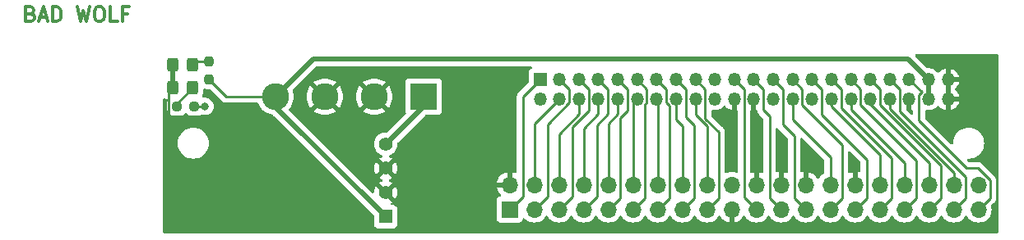
<source format=gbr>
%TF.GenerationSoftware,KiCad,Pcbnew,7.0.1*%
%TF.CreationDate,2023-04-11T11:00:07-05:00*%
%TF.ProjectId,ata_40_to_ata_44_adapter,6174615f-3430-45f7-946f-5f6174615f34,rev?*%
%TF.SameCoordinates,Original*%
%TF.FileFunction,Copper,L1,Top*%
%TF.FilePolarity,Positive*%
%FSLAX46Y46*%
G04 Gerber Fmt 4.6, Leading zero omitted, Abs format (unit mm)*
G04 Created by KiCad (PCBNEW 7.0.1) date 2023-04-11 11:00:07*
%MOMM*%
%LPD*%
G01*
G04 APERTURE LIST*
G04 Aperture macros list*
%AMRoundRect*
0 Rectangle with rounded corners*
0 $1 Rounding radius*
0 $2 $3 $4 $5 $6 $7 $8 $9 X,Y pos of 4 corners*
0 Add a 4 corners polygon primitive as box body*
4,1,4,$2,$3,$4,$5,$6,$7,$8,$9,$2,$3,0*
0 Add four circle primitives for the rounded corners*
1,1,$1+$1,$2,$3*
1,1,$1+$1,$4,$5*
1,1,$1+$1,$6,$7*
1,1,$1+$1,$8,$9*
0 Add four rect primitives between the rounded corners*
20,1,$1+$1,$2,$3,$4,$5,0*
20,1,$1+$1,$4,$5,$6,$7,0*
20,1,$1+$1,$6,$7,$8,$9,0*
20,1,$1+$1,$8,$9,$2,$3,0*%
G04 Aperture macros list end*
%ADD10C,0.300000*%
%TA.AperFunction,NonConductor*%
%ADD11C,0.300000*%
%TD*%
%TA.AperFunction,SMDPad,CuDef*%
%ADD12RoundRect,0.237500X0.250000X0.237500X-0.250000X0.237500X-0.250000X-0.237500X0.250000X-0.237500X0*%
%TD*%
%TA.AperFunction,SMDPad,CuDef*%
%ADD13RoundRect,0.237500X0.237500X-0.250000X0.237500X0.250000X-0.237500X0.250000X-0.237500X-0.250000X0*%
%TD*%
%TA.AperFunction,SMDPad,CuDef*%
%ADD14RoundRect,0.250000X-0.325000X-0.450000X0.325000X-0.450000X0.325000X0.450000X-0.325000X0.450000X0*%
%TD*%
%TA.AperFunction,ComponentPad*%
%ADD15C,1.408000*%
%TD*%
%TA.AperFunction,ComponentPad*%
%ADD16R,1.408000X1.408000*%
%TD*%
%TA.AperFunction,ComponentPad*%
%ADD17C,2.780000*%
%TD*%
%TA.AperFunction,ComponentPad*%
%ADD18R,2.780000X2.780000*%
%TD*%
%TA.AperFunction,ComponentPad*%
%ADD19R,1.350000X1.350000*%
%TD*%
%TA.AperFunction,ComponentPad*%
%ADD20O,1.350000X1.350000*%
%TD*%
%TA.AperFunction,ComponentPad*%
%ADD21R,1.700000X1.700000*%
%TD*%
%TA.AperFunction,ComponentPad*%
%ADD22O,1.700000X1.700000*%
%TD*%
%TA.AperFunction,ViaPad*%
%ADD23C,0.800000*%
%TD*%
%TA.AperFunction,Conductor*%
%ADD24C,0.250000*%
%TD*%
%TA.AperFunction,Conductor*%
%ADD25C,0.500000*%
%TD*%
G04 APERTURE END LIST*
D10*
D11*
X60357142Y-62330714D02*
X60571428Y-62402142D01*
X60571428Y-62402142D02*
X60642857Y-62473571D01*
X60642857Y-62473571D02*
X60714285Y-62616428D01*
X60714285Y-62616428D02*
X60714285Y-62830714D01*
X60714285Y-62830714D02*
X60642857Y-62973571D01*
X60642857Y-62973571D02*
X60571428Y-63045000D01*
X60571428Y-63045000D02*
X60428571Y-63116428D01*
X60428571Y-63116428D02*
X59857142Y-63116428D01*
X59857142Y-63116428D02*
X59857142Y-61616428D01*
X59857142Y-61616428D02*
X60357142Y-61616428D01*
X60357142Y-61616428D02*
X60500000Y-61687857D01*
X60500000Y-61687857D02*
X60571428Y-61759285D01*
X60571428Y-61759285D02*
X60642857Y-61902142D01*
X60642857Y-61902142D02*
X60642857Y-62045000D01*
X60642857Y-62045000D02*
X60571428Y-62187857D01*
X60571428Y-62187857D02*
X60500000Y-62259285D01*
X60500000Y-62259285D02*
X60357142Y-62330714D01*
X60357142Y-62330714D02*
X59857142Y-62330714D01*
X61285714Y-62687857D02*
X62000000Y-62687857D01*
X61142857Y-63116428D02*
X61642857Y-61616428D01*
X61642857Y-61616428D02*
X62142857Y-63116428D01*
X62642856Y-63116428D02*
X62642856Y-61616428D01*
X62642856Y-61616428D02*
X62999999Y-61616428D01*
X62999999Y-61616428D02*
X63214285Y-61687857D01*
X63214285Y-61687857D02*
X63357142Y-61830714D01*
X63357142Y-61830714D02*
X63428571Y-61973571D01*
X63428571Y-61973571D02*
X63499999Y-62259285D01*
X63499999Y-62259285D02*
X63499999Y-62473571D01*
X63499999Y-62473571D02*
X63428571Y-62759285D01*
X63428571Y-62759285D02*
X63357142Y-62902142D01*
X63357142Y-62902142D02*
X63214285Y-63045000D01*
X63214285Y-63045000D02*
X62999999Y-63116428D01*
X62999999Y-63116428D02*
X62642856Y-63116428D01*
X65142856Y-61616428D02*
X65499999Y-63116428D01*
X65499999Y-63116428D02*
X65785713Y-62045000D01*
X65785713Y-62045000D02*
X66071428Y-63116428D01*
X66071428Y-63116428D02*
X66428571Y-61616428D01*
X67285714Y-61616428D02*
X67571428Y-61616428D01*
X67571428Y-61616428D02*
X67714285Y-61687857D01*
X67714285Y-61687857D02*
X67857142Y-61830714D01*
X67857142Y-61830714D02*
X67928571Y-62116428D01*
X67928571Y-62116428D02*
X67928571Y-62616428D01*
X67928571Y-62616428D02*
X67857142Y-62902142D01*
X67857142Y-62902142D02*
X67714285Y-63045000D01*
X67714285Y-63045000D02*
X67571428Y-63116428D01*
X67571428Y-63116428D02*
X67285714Y-63116428D01*
X67285714Y-63116428D02*
X67142857Y-63045000D01*
X67142857Y-63045000D02*
X66999999Y-62902142D01*
X66999999Y-62902142D02*
X66928571Y-62616428D01*
X66928571Y-62616428D02*
X66928571Y-62116428D01*
X66928571Y-62116428D02*
X66999999Y-61830714D01*
X66999999Y-61830714D02*
X67142857Y-61687857D01*
X67142857Y-61687857D02*
X67285714Y-61616428D01*
X69285714Y-63116428D02*
X68571428Y-63116428D01*
X68571428Y-63116428D02*
X68571428Y-61616428D01*
X70285714Y-62330714D02*
X69785714Y-62330714D01*
X69785714Y-63116428D02*
X69785714Y-61616428D01*
X69785714Y-61616428D02*
X70500000Y-61616428D01*
D12*
%TO.P,R2,1*%
%TO.N,LED_DRIVER*%
X77212500Y-71900000D03*
%TO.P,R2,2*%
%TO.N,Net-(D2-A)*%
X75387500Y-71900000D03*
%TD*%
D13*
%TO.P,R1,1*%
%TO.N,+5V*%
X78700000Y-69112500D03*
%TO.P,R1,2*%
%TO.N,Net-(D1-A)*%
X78700000Y-67287500D03*
%TD*%
D14*
%TO.P,D2,1,K*%
%TO.N,GROUND*%
X74975000Y-70000000D03*
%TO.P,D2,2,A*%
%TO.N,Net-(D2-A)*%
X77025000Y-70000000D03*
%TD*%
%TO.P,D1,1,K*%
%TO.N,GROUND*%
X74975000Y-67600000D03*
%TO.P,D1,2,A*%
%TO.N,Net-(D1-A)*%
X77025000Y-67600000D03*
%TD*%
D15*
%TO.P,J4,4,Pin_4*%
%TO.N,+12V*%
X96900000Y-75800000D03*
%TO.P,J4,3,Pin_3*%
%TO.N,GROUND*%
X96900000Y-78300000D03*
%TO.P,J4,2,Pin_2*%
X96900000Y-80800000D03*
D16*
%TO.P,J4,1,Pin_1*%
%TO.N,+5V*%
X96900000Y-83300000D03*
%TD*%
D17*
%TO.P,J3,4,Pin_4*%
%TO.N,+5V*%
X85560000Y-70900000D03*
%TO.P,J3,3,Pin_3*%
%TO.N,GROUND*%
X90640000Y-70900000D03*
%TO.P,J3,2,Pin_2*%
X95720000Y-70900000D03*
D18*
%TO.P,J3,1,Pin_1*%
%TO.N,+12V*%
X100800000Y-70900000D03*
%TD*%
D19*
%TO.P,J2,1,Pin_1*%
%TO.N,RESET*%
X112785000Y-69120000D03*
D20*
%TO.P,J2,2,Pin_2*%
%TO.N,GROUND*%
X112785000Y-71120000D03*
%TO.P,J2,3,Pin_3*%
%TO.N,DATA_07*%
X114785000Y-69120000D03*
%TO.P,J2,4,Pin_4*%
%TO.N,DATA_08*%
X114785000Y-71120000D03*
%TO.P,J2,5,Pin_5*%
%TO.N,DATA_06*%
X116785000Y-69120000D03*
%TO.P,J2,6,Pin_6*%
%TO.N,DATA_09*%
X116785000Y-71120000D03*
%TO.P,J2,7,Pin_7*%
%TO.N,DATA_05*%
X118785000Y-69120000D03*
%TO.P,J2,8,Pin_8*%
%TO.N,DATA_10*%
X118785000Y-71120000D03*
%TO.P,J2,9,Pin_9*%
%TO.N,DATA_04*%
X120785000Y-69120000D03*
%TO.P,J2,10,Pin_10*%
%TO.N,DATA_11*%
X120785000Y-71120000D03*
%TO.P,J2,11,Pin_11*%
%TO.N,DATA_03*%
X122785000Y-69120000D03*
%TO.P,J2,12,Pin_12*%
%TO.N,DATA_12*%
X122785000Y-71120000D03*
%TO.P,J2,13,Pin_13*%
%TO.N,DATA_02*%
X124785000Y-69120000D03*
%TO.P,J2,14,Pin_14*%
%TO.N,DATA_13*%
X124785000Y-71120000D03*
%TO.P,J2,15,Pin_15*%
%TO.N,DATA_01*%
X126785000Y-69120000D03*
%TO.P,J2,16,Pin_16*%
%TO.N,DATA_14*%
X126785000Y-71120000D03*
%TO.P,J2,17,Pin_17*%
%TO.N,DATA_00*%
X128785000Y-69120000D03*
%TO.P,J2,18,Pin_18*%
%TO.N,DATA_15*%
X128785000Y-71120000D03*
%TO.P,J2,19,Pin_19*%
%TO.N,GROUND*%
X130785000Y-69120000D03*
%TO.P,J2,20,Pin_20*%
%TO.N,unconnected-(J2-Pin_20-Pad20)*%
X130785000Y-71120000D03*
%TO.P,J2,21,Pin_21*%
%TO.N,DMA_REQ*%
X132785000Y-69120000D03*
%TO.P,J2,22,Pin_22*%
%TO.N,GROUND*%
X132785000Y-71120000D03*
%TO.P,J2,23,Pin_23*%
%TO.N,WRITE_STROBE*%
X134785000Y-69120000D03*
%TO.P,J2,24,Pin_24*%
%TO.N,GROUND*%
X134785000Y-71120000D03*
%TO.P,J2,25,Pin_25*%
%TO.N,READ_STROBE*%
X136785000Y-69120000D03*
%TO.P,J2,26,Pin_26*%
%TO.N,GROUND*%
X136785000Y-71120000D03*
%TO.P,J2,27,Pin_27*%
%TO.N,IO_READY*%
X138785000Y-69120000D03*
%TO.P,J2,28,Pin_28*%
%TO.N,DEVICE_CFG*%
X138785000Y-71120000D03*
%TO.P,J2,29,Pin_29*%
%TO.N,DMA_ACK*%
X140785000Y-69120000D03*
%TO.P,J2,30,Pin_30*%
%TO.N,GROUND*%
X140785000Y-71120000D03*
%TO.P,J2,31,Pin_31*%
%TO.N,INTERRUPT_REQ*%
X142785000Y-69120000D03*
%TO.P,J2,32,Pin_32*%
%TO.N,IO_CHIPSEL_16*%
X142785000Y-71120000D03*
%TO.P,J2,33,Pin_33*%
%TO.N,ADDRESS_1*%
X144785000Y-69120000D03*
%TO.P,J2,34,Pin_34*%
%TO.N,PASSED_DIAG*%
X144785000Y-71120000D03*
%TO.P,J2,35,Pin_35*%
%TO.N,ADDRESS_0*%
X146785000Y-69120000D03*
%TO.P,J2,36,Pin_36*%
%TO.N,ADDRESS_2*%
X146785000Y-71120000D03*
%TO.P,J2,37,Pin_37*%
%TO.N,IDE_CS0*%
X148785000Y-69120000D03*
%TO.P,J2,38,Pin_38*%
%TO.N,IDE_CS1*%
X148785000Y-71120000D03*
%TO.P,J2,39,Pin_39*%
%TO.N,LED_DRIVER*%
X150785000Y-69120000D03*
%TO.P,J2,40,Pin_40*%
%TO.N,GROUND*%
X150785000Y-71120000D03*
%TO.P,J2,41,Pin_41*%
%TO.N,+5V*%
X152785000Y-69120000D03*
%TO.P,J2,42,Pin_42*%
X152785000Y-71120000D03*
%TO.P,J2,43,Pin_43*%
%TO.N,GROUND*%
X154785000Y-69120000D03*
%TO.P,J2,44,Pin_44*%
X154785000Y-71120000D03*
%TD*%
D21*
%TO.P,J1,1,Pin_1*%
%TO.N,RESET*%
X109660000Y-82560000D03*
D22*
%TO.P,J1,2,Pin_2*%
%TO.N,GROUND*%
X109660000Y-80020000D03*
%TO.P,J1,3,Pin_3*%
%TO.N,DATA_07*%
X112200000Y-82560000D03*
%TO.P,J1,4,Pin_4*%
%TO.N,DATA_08*%
X112200000Y-80020000D03*
%TO.P,J1,5,Pin_5*%
%TO.N,DATA_06*%
X114740000Y-82560000D03*
%TO.P,J1,6,Pin_6*%
%TO.N,DATA_09*%
X114740000Y-80020000D03*
%TO.P,J1,7,Pin_7*%
%TO.N,DATA_05*%
X117280000Y-82560000D03*
%TO.P,J1,8,Pin_8*%
%TO.N,DATA_10*%
X117280000Y-80020000D03*
%TO.P,J1,9,Pin_9*%
%TO.N,DATA_04*%
X119820000Y-82560000D03*
%TO.P,J1,10,Pin_10*%
%TO.N,DATA_11*%
X119820000Y-80020000D03*
%TO.P,J1,11,Pin_11*%
%TO.N,DATA_03*%
X122360000Y-82560000D03*
%TO.P,J1,12,Pin_12*%
%TO.N,DATA_12*%
X122360000Y-80020000D03*
%TO.P,J1,13,Pin_13*%
%TO.N,DATA_02*%
X124900000Y-82560000D03*
%TO.P,J1,14,Pin_14*%
%TO.N,DATA_13*%
X124900000Y-80020000D03*
%TO.P,J1,15,Pin_15*%
%TO.N,DATA_01*%
X127440000Y-82560000D03*
%TO.P,J1,16,Pin_16*%
%TO.N,DATA_14*%
X127440000Y-80020000D03*
%TO.P,J1,17,Pin_17*%
%TO.N,DATA_00*%
X129980000Y-82560000D03*
%TO.P,J1,18,Pin_18*%
%TO.N,DATA_15*%
X129980000Y-80020000D03*
%TO.P,J1,19,Pin_19*%
%TO.N,GROUND*%
X132520000Y-82560000D03*
%TO.P,J1,20,Pin_20*%
%TO.N,unconnected-(J1-Pin_20-Pad20)*%
X132520000Y-80020000D03*
%TO.P,J1,21,Pin_21*%
%TO.N,DMA_REQ*%
X135060000Y-82560000D03*
%TO.P,J1,22,Pin_22*%
%TO.N,GROUND*%
X135060000Y-80020000D03*
%TO.P,J1,23,Pin_23*%
%TO.N,WRITE_STROBE*%
X137600000Y-82560000D03*
%TO.P,J1,24,Pin_24*%
%TO.N,GROUND*%
X137600000Y-80020000D03*
%TO.P,J1,25,Pin_25*%
%TO.N,READ_STROBE*%
X140140000Y-82560000D03*
%TO.P,J1,26,Pin_26*%
%TO.N,GROUND*%
X140140000Y-80020000D03*
%TO.P,J1,27,Pin_27*%
%TO.N,IO_READY*%
X142680000Y-82560000D03*
%TO.P,J1,28,Pin_28*%
%TO.N,DEVICE_CFG*%
X142680000Y-80020000D03*
%TO.P,J1,29,Pin_29*%
%TO.N,DMA_ACK*%
X145220000Y-82560000D03*
%TO.P,J1,30,Pin_30*%
%TO.N,GROUND*%
X145220000Y-80020000D03*
%TO.P,J1,31,Pin_31*%
%TO.N,INTERRUPT_REQ*%
X147760000Y-82560000D03*
%TO.P,J1,32,Pin_32*%
%TO.N,IO_CHIPSEL_16*%
X147760000Y-80020000D03*
%TO.P,J1,33,Pin_33*%
%TO.N,ADDRESS_1*%
X150300000Y-82560000D03*
%TO.P,J1,34,Pin_34*%
%TO.N,PASSED_DIAG*%
X150300000Y-80020000D03*
%TO.P,J1,35,Pin_35*%
%TO.N,ADDRESS_0*%
X152840000Y-82560000D03*
%TO.P,J1,36,Pin_36*%
%TO.N,ADDRESS_2*%
X152840000Y-80020000D03*
%TO.P,J1,37,Pin_37*%
%TO.N,IDE_CS0*%
X155380000Y-82560000D03*
%TO.P,J1,38,Pin_38*%
%TO.N,IDE_CS1*%
X155380000Y-80020000D03*
%TO.P,J1,39,Pin_39*%
%TO.N,LED_DRIVER*%
X157920000Y-82560000D03*
%TO.P,J1,40,Pin_40*%
%TO.N,GROUND*%
X157920000Y-80020000D03*
%TD*%
D23*
%TO.N,LED_DRIVER*%
X78300000Y-71900000D03*
%TD*%
D24*
%TO.N,LED_DRIVER*%
X78300000Y-71900000D02*
X77212500Y-71900000D01*
%TO.N,GROUND*%
X74575000Y-70400000D02*
X74575000Y-79775000D01*
X74575000Y-79775000D02*
X76900000Y-82100000D01*
X74975000Y-70000000D02*
X74575000Y-70400000D01*
X74975000Y-67600000D02*
X74975000Y-70000000D01*
%TO.N,Net-(D1-A)*%
X77337500Y-67287500D02*
X77025000Y-67600000D01*
X78700000Y-67287500D02*
X77337500Y-67287500D01*
%TO.N,+5V*%
X80487500Y-70900000D02*
X85560000Y-70900000D01*
X78700000Y-69112500D02*
X80487500Y-70900000D01*
%TO.N,Net-(D2-A)*%
X75387500Y-71637500D02*
X77025000Y-70000000D01*
X75387500Y-71900000D02*
X75387500Y-71637500D01*
%TO.N,LED_DRIVER*%
X151785000Y-70705786D02*
X152077893Y-70412893D01*
X151785000Y-73385000D02*
X151785000Y-70705786D01*
X152077893Y-70412893D02*
X150785000Y-69120000D01*
X157861701Y-78300000D02*
X156700000Y-78300000D01*
X159095000Y-79533299D02*
X157861701Y-78300000D01*
X159095000Y-81385000D02*
X159095000Y-79533299D01*
X157920000Y-82560000D02*
X159095000Y-81385000D01*
X156700000Y-78300000D02*
X151785000Y-73385000D01*
D25*
%TO.N,+12V*%
X96900000Y-75800000D02*
X100800000Y-71900000D01*
X100800000Y-71900000D02*
X100800000Y-70900000D01*
%TO.N,+5V*%
X85560000Y-71960000D02*
X85560000Y-70900000D01*
X96900000Y-83300000D02*
X85560000Y-71960000D01*
X150665000Y-67000000D02*
X89460000Y-67000000D01*
X152785000Y-69120000D02*
X150665000Y-67000000D01*
X89460000Y-67000000D02*
X85560000Y-70900000D01*
X152785000Y-71120000D02*
X152785000Y-69120000D01*
D24*
%TO.N,IDE_CS0*%
X149785000Y-70120000D02*
X148785000Y-69120000D01*
X149785000Y-72465786D02*
X149785000Y-70120000D01*
X156555000Y-79235786D02*
X149785000Y-72465786D01*
X156555000Y-81385000D02*
X156555000Y-79235786D01*
X155380000Y-82560000D02*
X156555000Y-81385000D01*
%TO.N,IDE_CS1*%
X155380000Y-78743604D02*
X148785000Y-72148604D01*
X155380000Y-80020000D02*
X155380000Y-78743604D01*
X148785000Y-72148604D02*
X148785000Y-71120000D01*
%TO.N,ADDRESS_0*%
X147785000Y-70120000D02*
X146785000Y-69120000D01*
X147785000Y-71785000D02*
X147785000Y-70120000D01*
X154015000Y-78015000D02*
X147785000Y-71785000D01*
X152840000Y-82560000D02*
X154015000Y-81385000D01*
X154015000Y-81385000D02*
X154015000Y-78015000D01*
%TO.N,ADDRESS_2*%
X146785000Y-71702500D02*
X146785000Y-71120000D01*
X152840000Y-77757500D02*
X146785000Y-71702500D01*
X152840000Y-80020000D02*
X152840000Y-77757500D01*
%TO.N,ADDRESS_1*%
X151475000Y-77475000D02*
X145785000Y-71785000D01*
X145785000Y-71785000D02*
X145785000Y-70120000D01*
X151475000Y-81385000D02*
X151475000Y-77475000D01*
X150300000Y-82560000D02*
X151475000Y-81385000D01*
X145785000Y-70120000D02*
X144785000Y-69120000D01*
%TO.N,PASSED_DIAG*%
X144785000Y-72285000D02*
X144785000Y-71120000D01*
X150300000Y-77800000D02*
X144785000Y-72285000D01*
X150300000Y-80020000D02*
X150300000Y-77800000D01*
%TO.N,INTERRUPT_REQ*%
X143785000Y-70120000D02*
X142785000Y-69120000D01*
X148935000Y-77254214D02*
X143785000Y-72104214D01*
X148935000Y-81385000D02*
X148935000Y-77254214D01*
X147760000Y-82560000D02*
X148935000Y-81385000D01*
X143785000Y-72104214D02*
X143785000Y-70120000D01*
%TO.N,DMA_ACK*%
X141785000Y-70120000D02*
X140785000Y-69120000D01*
X141785000Y-72785000D02*
X141785000Y-70120000D01*
X146395000Y-77395000D02*
X141785000Y-72785000D01*
X145220000Y-82560000D02*
X146395000Y-81385000D01*
X146395000Y-81385000D02*
X146395000Y-77395000D01*
%TO.N,IO_CHIPSEL_16*%
X142785000Y-71897818D02*
X142785000Y-71120000D01*
X147760000Y-76872818D02*
X142785000Y-71897818D01*
X147760000Y-80020000D02*
X147760000Y-76872818D01*
%TO.N,IO_READY*%
X143855000Y-75855000D02*
X139785000Y-71785000D01*
X139785000Y-71785000D02*
X139785000Y-70120000D01*
X143855000Y-81385000D02*
X143855000Y-75855000D01*
X142680000Y-82560000D02*
X143855000Y-81385000D01*
X139785000Y-70120000D02*
X138785000Y-69120000D01*
%TO.N,DEVICE_CFG*%
X142680000Y-77180000D02*
X138785000Y-73285000D01*
X138785000Y-73285000D02*
X138785000Y-71120000D01*
X142680000Y-80020000D02*
X142680000Y-77180000D01*
%TO.N,READ_STROBE*%
X137785000Y-73785000D02*
X137785000Y-70120000D01*
X138965000Y-74965000D02*
X137785000Y-73785000D01*
X137785000Y-70120000D02*
X136785000Y-69120000D01*
X138965000Y-81385000D02*
X138965000Y-74965000D01*
X140140000Y-82560000D02*
X138965000Y-81385000D01*
%TO.N,WRITE_STROBE*%
X135785000Y-72285000D02*
X135785000Y-70120000D01*
X136425000Y-72925000D02*
X135785000Y-72285000D01*
X135785000Y-70120000D02*
X134785000Y-69120000D01*
X137600000Y-82560000D02*
X136425000Y-81385000D01*
X136425000Y-81385000D02*
X136425000Y-72925000D01*
%TO.N,DMA_REQ*%
X133785000Y-70120000D02*
X132785000Y-69120000D01*
X133785000Y-81285000D02*
X133785000Y-70120000D01*
X135060000Y-82560000D02*
X133785000Y-81285000D01*
%TO.N,DATA_00*%
X129785000Y-73148604D02*
X129785000Y-70120000D01*
X131155000Y-74518604D02*
X129785000Y-73148604D01*
X131155000Y-81385000D02*
X131155000Y-74518604D01*
X129785000Y-70120000D02*
X128785000Y-69120000D01*
X129980000Y-82560000D02*
X131155000Y-81385000D01*
%TO.N,DATA_15*%
X128785000Y-72785000D02*
X128785000Y-71120000D01*
X129980000Y-73980000D02*
X128785000Y-72785000D01*
X129980000Y-80020000D02*
X129980000Y-73980000D01*
%TO.N,DATA_01*%
X127785000Y-70120000D02*
X126785000Y-69120000D01*
X127785000Y-73050000D02*
X127785000Y-70120000D01*
X128615000Y-81385000D02*
X128615000Y-73880000D01*
X127440000Y-82560000D02*
X128615000Y-81385000D01*
X128615000Y-73880000D02*
X127785000Y-73050000D01*
%TO.N,DATA_14*%
X126785000Y-73285000D02*
X126785000Y-71120000D01*
X127440000Y-80020000D02*
X127440000Y-73940000D01*
X127440000Y-73940000D02*
X126785000Y-73285000D01*
%TO.N,DATA_02*%
X125785000Y-70120000D02*
X124785000Y-69120000D01*
X125785000Y-71534214D02*
X125785000Y-70120000D01*
X126075000Y-71824214D02*
X125785000Y-71534214D01*
X126075000Y-81385000D02*
X126075000Y-71824214D01*
X124900000Y-82560000D02*
X126075000Y-81385000D01*
%TO.N,DATA_13*%
X124900000Y-80020000D02*
X124900000Y-71235000D01*
X124900000Y-71235000D02*
X124785000Y-71120000D01*
%TO.N,DATA_03*%
X123785000Y-71534214D02*
X123785000Y-70120000D01*
X123785000Y-70120000D02*
X122785000Y-69120000D01*
X123535000Y-71784214D02*
X123785000Y-71534214D01*
X123535000Y-81385000D02*
X123535000Y-71784214D01*
X122360000Y-82560000D02*
X123535000Y-81385000D01*
%TO.N,DATA_12*%
X122360000Y-71545000D02*
X122785000Y-71120000D01*
X122360000Y-80020000D02*
X122360000Y-71545000D01*
%TO.N,DATA_04*%
X121785000Y-72351396D02*
X121785000Y-70120000D01*
X121785000Y-70120000D02*
X120785000Y-69120000D01*
X120995000Y-73141396D02*
X121785000Y-72351396D01*
X120995000Y-81385000D02*
X120995000Y-73141396D01*
X119820000Y-82560000D02*
X120995000Y-81385000D01*
%TO.N,DATA_11*%
X120785000Y-72715000D02*
X120785000Y-71120000D01*
X119820000Y-73680000D02*
X120785000Y-72715000D01*
X119820000Y-80020000D02*
X119820000Y-73680000D01*
%TO.N,DATA_05*%
X119785000Y-70120000D02*
X118785000Y-69120000D01*
X118645000Y-81195000D02*
X118645000Y-73855000D01*
X118645000Y-73855000D02*
X119785000Y-72715000D01*
X117280000Y-82560000D02*
X118645000Y-81195000D01*
X119785000Y-72715000D02*
X119785000Y-70120000D01*
%TO.N,DATA_10*%
X118785000Y-72715000D02*
X118785000Y-71120000D01*
X117280000Y-74220000D02*
X118785000Y-72715000D01*
X117280000Y-80020000D02*
X117280000Y-74220000D01*
%TO.N,DATA_06*%
X116105000Y-74031396D02*
X117785000Y-72351396D01*
X117785000Y-72351396D02*
X117785000Y-70120000D01*
X116105000Y-81195000D02*
X116105000Y-74031396D01*
X117785000Y-70120000D02*
X116785000Y-69120000D01*
X114740000Y-82560000D02*
X116105000Y-81195000D01*
%TO.N,DATA_09*%
X114740000Y-74760000D02*
X116785000Y-72715000D01*
X116785000Y-72715000D02*
X116785000Y-71120000D01*
X114740000Y-80020000D02*
X114740000Y-74760000D01*
%TO.N,DATA_07*%
X115785000Y-70120000D02*
X114785000Y-69120000D01*
X115785000Y-71534214D02*
X115785000Y-70120000D01*
X113565000Y-73754214D02*
X115785000Y-71534214D01*
X113565000Y-81195000D02*
X113565000Y-73754214D01*
X112200000Y-82560000D02*
X113565000Y-81195000D01*
%TO.N,DATA_08*%
X112200000Y-73705000D02*
X114785000Y-71120000D01*
X112200000Y-80020000D02*
X112200000Y-73705000D01*
%TO.N,RESET*%
X111025000Y-70880000D02*
X112785000Y-69120000D01*
X111025000Y-81195000D02*
X111025000Y-70880000D01*
X109660000Y-82560000D02*
X111025000Y-81195000D01*
%TD*%
%TA.AperFunction,Conductor*%
%TO.N,GROUND*%
G36*
X159937500Y-66517113D02*
G01*
X159982887Y-66562500D01*
X159999500Y-66624500D01*
X159999500Y-84875500D01*
X159982887Y-84937500D01*
X159937500Y-84982887D01*
X159875500Y-84999500D01*
X74124500Y-84999500D01*
X74062500Y-84982887D01*
X74017113Y-84937500D01*
X74000500Y-84875500D01*
X74000500Y-75702500D01*
X75494551Y-75702500D01*
X75514317Y-75953649D01*
X75573126Y-76198610D01*
X75589020Y-76236980D01*
X75669534Y-76431359D01*
X75801164Y-76646159D01*
X75964776Y-76837724D01*
X76156341Y-77001336D01*
X76371141Y-77132966D01*
X76603889Y-77229373D01*
X76848852Y-77288183D01*
X77037118Y-77303000D01*
X77162879Y-77303000D01*
X77162882Y-77303000D01*
X77351148Y-77288183D01*
X77596111Y-77229373D01*
X77828859Y-77132966D01*
X78043659Y-77001336D01*
X78235224Y-76837724D01*
X78398836Y-76646159D01*
X78530466Y-76431359D01*
X78626873Y-76198611D01*
X78685683Y-75953648D01*
X78705449Y-75702500D01*
X78685683Y-75451352D01*
X78626873Y-75206389D01*
X78530466Y-74973641D01*
X78398836Y-74758841D01*
X78235224Y-74567276D01*
X78043659Y-74403664D01*
X77828859Y-74272034D01*
X77686886Y-74213227D01*
X77596110Y-74175626D01*
X77351149Y-74116817D01*
X77304081Y-74113112D01*
X77162882Y-74102000D01*
X77037118Y-74102000D01*
X76924158Y-74110890D01*
X76848850Y-74116817D01*
X76603889Y-74175626D01*
X76418810Y-74252289D01*
X76378761Y-74268878D01*
X76371139Y-74272035D01*
X76156342Y-74403663D01*
X75964776Y-74567276D01*
X75801163Y-74758842D01*
X75669535Y-74973639D01*
X75573126Y-75206389D01*
X75514317Y-75451350D01*
X75494551Y-75702500D01*
X74000500Y-75702500D01*
X74000500Y-71152754D01*
X74017566Y-71089975D01*
X74064068Y-71044477D01*
X74127204Y-71028783D01*
X74189596Y-71047215D01*
X74330877Y-71134357D01*
X74402283Y-71158019D01*
X74449676Y-71186778D01*
X74479801Y-71233314D01*
X74486637Y-71288327D01*
X74468818Y-71340821D01*
X74464092Y-71348482D01*
X74409825Y-71512246D01*
X74399500Y-71613323D01*
X74399500Y-72186676D01*
X74409825Y-72287752D01*
X74464091Y-72451515D01*
X74554661Y-72598352D01*
X74676647Y-72720338D01*
X74676649Y-72720339D01*
X74676650Y-72720340D01*
X74771438Y-72778806D01*
X74823484Y-72810908D01*
X74987246Y-72865174D01*
X74996614Y-72866131D01*
X75088323Y-72875500D01*
X75686676Y-72875499D01*
X75787753Y-72865174D01*
X75951516Y-72810908D01*
X76098350Y-72720340D01*
X76147274Y-72671416D01*
X76212319Y-72606372D01*
X76267906Y-72574278D01*
X76332094Y-72574278D01*
X76387681Y-72606372D01*
X76501647Y-72720338D01*
X76501649Y-72720339D01*
X76501650Y-72720340D01*
X76596438Y-72778806D01*
X76648484Y-72810908D01*
X76812246Y-72865174D01*
X76821614Y-72866131D01*
X76913323Y-72875500D01*
X77511676Y-72875499D01*
X77612753Y-72865174D01*
X77776516Y-72810908D01*
X77869809Y-72753364D01*
X77926615Y-72735181D01*
X77985341Y-72745625D01*
X78020198Y-72761145D01*
X78205352Y-72800500D01*
X78205354Y-72800500D01*
X78394646Y-72800500D01*
X78394648Y-72800500D01*
X78546569Y-72768208D01*
X78579803Y-72761144D01*
X78752730Y-72684151D01*
X78836081Y-72623593D01*
X78905870Y-72572889D01*
X78939634Y-72535391D01*
X79032533Y-72432216D01*
X79127179Y-72268284D01*
X79185674Y-72088256D01*
X79205460Y-71900000D01*
X79185674Y-71711744D01*
X79137646Y-71563930D01*
X79127179Y-71531715D01*
X79032533Y-71367783D01*
X78905870Y-71227110D01*
X78752730Y-71115848D01*
X78579802Y-71038855D01*
X78394648Y-70999500D01*
X78394646Y-70999500D01*
X78205354Y-70999500D01*
X78159755Y-71009192D01*
X78129137Y-71015700D01*
X78071820Y-71014332D01*
X78021246Y-70987327D01*
X77988225Y-70940458D01*
X77979816Y-70883745D01*
X77997819Y-70829312D01*
X78015296Y-70800978D01*
X78034814Y-70769334D01*
X78089999Y-70602797D01*
X78100500Y-70500009D01*
X78100499Y-70191726D01*
X78114096Y-70135273D01*
X78151906Y-70091198D01*
X78205636Y-70069171D01*
X78263503Y-70074022D01*
X78312246Y-70090174D01*
X78321614Y-70091131D01*
X78413323Y-70100500D01*
X78752047Y-70100499D01*
X78799500Y-70109938D01*
X78839728Y-70136818D01*
X79986697Y-71283787D01*
X79999598Y-71299889D01*
X80001712Y-71301874D01*
X80001714Y-71301877D01*
X80039034Y-71336923D01*
X80050740Y-71347916D01*
X80053536Y-71350626D01*
X80073030Y-71370120D01*
X80076204Y-71372582D01*
X80085068Y-71380153D01*
X80116918Y-71410062D01*
X80127414Y-71415832D01*
X80134474Y-71419714D01*
X80150731Y-71430392D01*
X80166564Y-71442674D01*
X80182685Y-71449649D01*
X80206656Y-71460023D01*
X80217143Y-71465160D01*
X80255408Y-71486197D01*
X80274816Y-71491180D01*
X80293210Y-71497478D01*
X80311605Y-71505438D01*
X80354754Y-71512271D01*
X80366180Y-71514638D01*
X80381722Y-71518629D01*
X80408480Y-71525500D01*
X80408481Y-71525500D01*
X80428516Y-71525500D01*
X80447913Y-71527026D01*
X80467696Y-71530160D01*
X80511174Y-71526050D01*
X80522844Y-71525500D01*
X83689487Y-71525500D01*
X83738299Y-71535512D01*
X83779230Y-71563930D01*
X83805669Y-71606166D01*
X83835949Y-71687350D01*
X83965548Y-71924693D01*
X84127606Y-72141177D01*
X84318822Y-72332393D01*
X84535306Y-72494451D01*
X84535308Y-72494452D01*
X84772652Y-72624052D01*
X85026024Y-72718555D01*
X85026027Y-72718555D01*
X85026028Y-72718556D01*
X85285876Y-72775082D01*
X85318945Y-72787416D01*
X85347199Y-72808567D01*
X95659181Y-83120549D01*
X95686061Y-83160777D01*
X95695500Y-83208230D01*
X95695500Y-84051869D01*
X95701909Y-84111483D01*
X95752204Y-84246331D01*
X95838454Y-84361546D01*
X95953669Y-84447796D01*
X96088517Y-84498091D01*
X96148127Y-84504500D01*
X97651872Y-84504499D01*
X97711483Y-84498091D01*
X97846331Y-84447796D01*
X97961546Y-84361546D01*
X98047796Y-84246331D01*
X98098091Y-84111483D01*
X98104500Y-84051873D01*
X98104499Y-82548128D01*
X98098091Y-82488517D01*
X98047796Y-82353669D01*
X97961546Y-82238454D01*
X97846331Y-82152204D01*
X97711483Y-82101909D01*
X97651873Y-82095500D01*
X97651869Y-82095500D01*
X97530605Y-82095500D01*
X97469268Y-82079267D01*
X97423990Y-82034819D01*
X97406626Y-81973792D01*
X97421722Y-81912166D01*
X97465326Y-81866074D01*
X97556231Y-81809786D01*
X97556231Y-81809785D01*
X96900000Y-81153553D01*
X96546448Y-80800001D01*
X97253553Y-80800001D01*
X97911716Y-81458163D01*
X97911717Y-81458163D01*
X97928047Y-81436540D01*
X98027505Y-81236799D01*
X98088570Y-81022182D01*
X98109157Y-80800000D01*
X98088570Y-80577817D01*
X98027505Y-80363200D01*
X97928048Y-80163461D01*
X97911716Y-80141836D01*
X97253553Y-80800000D01*
X97253553Y-80800001D01*
X96546448Y-80800001D01*
X95888282Y-80141836D01*
X95888281Y-80141836D01*
X95871952Y-80163460D01*
X95772494Y-80363200D01*
X95711429Y-80577817D01*
X95695753Y-80746994D01*
X95670366Y-80811418D01*
X95614393Y-80852183D01*
X95545288Y-80856579D01*
X95484601Y-80823234D01*
X94451580Y-79790213D01*
X96243766Y-79790213D01*
X96899998Y-80446446D01*
X96899999Y-80446446D01*
X97556232Y-79790213D01*
X97523587Y-79770000D01*
X108329364Y-79770000D01*
X109410000Y-79770000D01*
X109410000Y-78689364D01*
X109409999Y-78689364D01*
X109196507Y-78746569D01*
X108982421Y-78846400D01*
X108788921Y-78981890D01*
X108621890Y-79148921D01*
X108486400Y-79342421D01*
X108386569Y-79556507D01*
X108329364Y-79769999D01*
X108329364Y-79770000D01*
X97523587Y-79770000D01*
X97438968Y-79717606D01*
X97304793Y-79665627D01*
X97256422Y-79631831D01*
X97229148Y-79579504D01*
X97229148Y-79520496D01*
X97256422Y-79468169D01*
X97304794Y-79434373D01*
X97438968Y-79382394D01*
X97556231Y-79309786D01*
X97556231Y-79309785D01*
X96900001Y-78653553D01*
X96900000Y-78653553D01*
X96243766Y-79309785D01*
X96361031Y-79382393D01*
X96495206Y-79434373D01*
X96543577Y-79468169D01*
X96570851Y-79520496D01*
X96570851Y-79579504D01*
X96543577Y-79631831D01*
X96495206Y-79665627D01*
X96361029Y-79717607D01*
X96243767Y-79790212D01*
X96243766Y-79790213D01*
X94451580Y-79790213D01*
X92961366Y-78299999D01*
X95690842Y-78299999D01*
X95711429Y-78522182D01*
X95772494Y-78736799D01*
X95871950Y-78936537D01*
X95888282Y-78958163D01*
X96546446Y-78299999D01*
X97253553Y-78299999D01*
X97911716Y-78958163D01*
X97911717Y-78958163D01*
X97928047Y-78936540D01*
X98027505Y-78736799D01*
X98088570Y-78522182D01*
X98109157Y-78299999D01*
X98088570Y-78077817D01*
X98027505Y-77863200D01*
X97928048Y-77663461D01*
X97911716Y-77641835D01*
X97253553Y-78299998D01*
X97253553Y-78299999D01*
X96546446Y-78299999D01*
X96546446Y-78299998D01*
X95888282Y-77641836D01*
X95888281Y-77641836D01*
X95871952Y-77663460D01*
X95772494Y-77863200D01*
X95711429Y-78077817D01*
X95690842Y-78299999D01*
X92961366Y-78299999D01*
X91805977Y-77144610D01*
X90461366Y-75799999D01*
X95690340Y-75799999D01*
X95710936Y-76022276D01*
X95772025Y-76236980D01*
X95871523Y-76436801D01*
X96006050Y-76614944D01*
X96152460Y-76748413D01*
X96171017Y-76765330D01*
X96360808Y-76882843D01*
X96494517Y-76934642D01*
X96542886Y-76968436D01*
X96570160Y-77020762D01*
X96570160Y-77079770D01*
X96542887Y-77132097D01*
X96494516Y-77165893D01*
X96361031Y-77217605D01*
X96243767Y-77290212D01*
X96243766Y-77290213D01*
X96900000Y-77946446D01*
X96900001Y-77946446D01*
X97556232Y-77290213D01*
X97438963Y-77217603D01*
X97305484Y-77165893D01*
X97257113Y-77132097D01*
X97229839Y-77079770D01*
X97229839Y-77020762D01*
X97257113Y-76968436D01*
X97305480Y-76934643D01*
X97439192Y-76882843D01*
X97628983Y-76765330D01*
X97793950Y-76614943D01*
X97928474Y-76436804D01*
X97928474Y-76436802D01*
X97928476Y-76436801D01*
X98027974Y-76236980D01*
X98089063Y-76022276D01*
X98109660Y-75800000D01*
X98109526Y-75798556D01*
X98102454Y-75722243D01*
X98109294Y-75668692D01*
X98138242Y-75623124D01*
X100934549Y-72826817D01*
X100974777Y-72799938D01*
X101022230Y-72790499D01*
X102237870Y-72790499D01*
X102237872Y-72790499D01*
X102297483Y-72784091D01*
X102432331Y-72733796D01*
X102547546Y-72647546D01*
X102633796Y-72532331D01*
X102684091Y-72397483D01*
X102690500Y-72337873D01*
X102690499Y-69462128D01*
X102684091Y-69402517D01*
X102633796Y-69267669D01*
X102547546Y-69152454D01*
X102432331Y-69066204D01*
X102297483Y-69015909D01*
X102237873Y-69009500D01*
X102237869Y-69009500D01*
X99362130Y-69009500D01*
X99302515Y-69015909D01*
X99167669Y-69066204D01*
X99052454Y-69152454D01*
X98966204Y-69267668D01*
X98915909Y-69402516D01*
X98909500Y-69462130D01*
X98909500Y-72337869D01*
X98915909Y-72397484D01*
X98932435Y-72441792D01*
X98951957Y-72494134D01*
X98972435Y-72549036D01*
X98971601Y-72549346D01*
X98984806Y-72580183D01*
X98980635Y-72638502D01*
X98950204Y-72688426D01*
X97079451Y-74559181D01*
X97039223Y-74586061D01*
X96991770Y-74595500D01*
X96788387Y-74595500D01*
X96568960Y-74636518D01*
X96568961Y-74636518D01*
X96360804Y-74717158D01*
X96171016Y-74834670D01*
X96006050Y-74985055D01*
X95871523Y-75163198D01*
X95772025Y-75363019D01*
X95710936Y-75577723D01*
X95690340Y-75799999D01*
X90461366Y-75799999D01*
X87062901Y-72401533D01*
X89492018Y-72401533D01*
X89492019Y-72401534D01*
X89615576Y-72494029D01*
X89852856Y-72623593D01*
X90106169Y-72718075D01*
X90370336Y-72775540D01*
X90640000Y-72794828D01*
X90909663Y-72775540D01*
X91173830Y-72718075D01*
X91427143Y-72623593D01*
X91664423Y-72494029D01*
X91787980Y-72401534D01*
X91787980Y-72401533D01*
X94572018Y-72401533D01*
X94572019Y-72401534D01*
X94695576Y-72494029D01*
X94932856Y-72623593D01*
X95186169Y-72718075D01*
X95450336Y-72775540D01*
X95720000Y-72794828D01*
X95989663Y-72775540D01*
X96253830Y-72718075D01*
X96507143Y-72623593D01*
X96744423Y-72494029D01*
X96867980Y-72401534D01*
X96867980Y-72401533D01*
X95720001Y-71253553D01*
X95720000Y-71253553D01*
X94572018Y-72401533D01*
X91787980Y-72401533D01*
X90640001Y-71253553D01*
X90640000Y-71253553D01*
X89492018Y-72401533D01*
X87062901Y-72401533D01*
X86985150Y-72323782D01*
X86953056Y-72268193D01*
X86953057Y-72204004D01*
X86985151Y-72148419D01*
X86992394Y-72141177D01*
X87154452Y-71924692D01*
X87284052Y-71687348D01*
X87378555Y-71433976D01*
X87436037Y-71169733D01*
X87455329Y-70900000D01*
X88745171Y-70900000D01*
X88764459Y-71169663D01*
X88821924Y-71433830D01*
X88916406Y-71687143D01*
X89045967Y-71924418D01*
X89138465Y-72047980D01*
X90286446Y-70900001D01*
X90286446Y-70900000D01*
X90993553Y-70900000D01*
X92141533Y-72047980D01*
X92141534Y-72047980D01*
X92234029Y-71924423D01*
X92363593Y-71687143D01*
X92458075Y-71433830D01*
X92515540Y-71169663D01*
X92534828Y-70900000D01*
X93825171Y-70900000D01*
X93844459Y-71169663D01*
X93901924Y-71433830D01*
X93996406Y-71687143D01*
X94125967Y-71924418D01*
X94218465Y-72047980D01*
X95366446Y-70900001D01*
X96073553Y-70900001D01*
X97221533Y-72047980D01*
X97221534Y-72047980D01*
X97314029Y-71924423D01*
X97443593Y-71687143D01*
X97538075Y-71433830D01*
X97595540Y-71169663D01*
X97614828Y-70900000D01*
X97595540Y-70630336D01*
X97538075Y-70366169D01*
X97443593Y-70112856D01*
X97314029Y-69875576D01*
X97221534Y-69752019D01*
X97221533Y-69752018D01*
X96073553Y-70900000D01*
X96073553Y-70900001D01*
X95366446Y-70900001D01*
X95366446Y-70900000D01*
X94218465Y-69752018D01*
X94125967Y-69875580D01*
X93996406Y-70112856D01*
X93901924Y-70366169D01*
X93844459Y-70630336D01*
X93825171Y-70900000D01*
X92534828Y-70900000D01*
X92515540Y-70630336D01*
X92458075Y-70366169D01*
X92363593Y-70112856D01*
X92234029Y-69875576D01*
X92141534Y-69752019D01*
X92141533Y-69752018D01*
X90993553Y-70900000D01*
X90286446Y-70900000D01*
X89138465Y-69752018D01*
X89045967Y-69875580D01*
X88916406Y-70112856D01*
X88821924Y-70366169D01*
X88764459Y-70630336D01*
X88745171Y-70900000D01*
X87455329Y-70900000D01*
X87436037Y-70630267D01*
X87378555Y-70366024D01*
X87345765Y-70278113D01*
X87337982Y-70231831D01*
X87347959Y-70185969D01*
X87374263Y-70147103D01*
X88122901Y-69398465D01*
X89492018Y-69398465D01*
X90639998Y-70546446D01*
X90639999Y-70546446D01*
X91787980Y-69398465D01*
X94572018Y-69398465D01*
X95719998Y-70546446D01*
X95719999Y-70546446D01*
X96867980Y-69398465D01*
X96744418Y-69305967D01*
X96507143Y-69176406D01*
X96253830Y-69081924D01*
X95989663Y-69024459D01*
X95720000Y-69005171D01*
X95450336Y-69024459D01*
X95186169Y-69081924D01*
X94932856Y-69176406D01*
X94695580Y-69305967D01*
X94572018Y-69398465D01*
X91787980Y-69398465D01*
X91664418Y-69305967D01*
X91427143Y-69176406D01*
X91173830Y-69081924D01*
X90909663Y-69024459D01*
X90640000Y-69005171D01*
X90370336Y-69024459D01*
X90106169Y-69081924D01*
X89852856Y-69176406D01*
X89615580Y-69305967D01*
X89492018Y-69398465D01*
X88122901Y-69398465D01*
X89734548Y-67786819D01*
X89774777Y-67759939D01*
X89822230Y-67750500D01*
X111852548Y-67750500D01*
X111918091Y-67769238D01*
X111963825Y-67819789D01*
X111975929Y-67886875D01*
X111950744Y-67950221D01*
X111895882Y-67990681D01*
X111875321Y-67998350D01*
X111867669Y-68001204D01*
X111752454Y-68087454D01*
X111666204Y-68202668D01*
X111615909Y-68337516D01*
X111609500Y-68397131D01*
X111609500Y-69359546D01*
X111600061Y-69406999D01*
X111573181Y-69447227D01*
X110641208Y-70379199D01*
X110625110Y-70392096D01*
X110577096Y-70443225D01*
X110574391Y-70446017D01*
X110554874Y-70465534D01*
X110552415Y-70468705D01*
X110544842Y-70477572D01*
X110514935Y-70509420D01*
X110505285Y-70526974D01*
X110494609Y-70543228D01*
X110482326Y-70559063D01*
X110464975Y-70599158D01*
X110459838Y-70609644D01*
X110438802Y-70647907D01*
X110433821Y-70667309D01*
X110427520Y-70685711D01*
X110419561Y-70704102D01*
X110412728Y-70747242D01*
X110410360Y-70758674D01*
X110399500Y-70800978D01*
X110399500Y-70821016D01*
X110397973Y-70840415D01*
X110394840Y-70860194D01*
X110398950Y-70903675D01*
X110399500Y-70915344D01*
X110399500Y-78680633D01*
X110384214Y-78740276D01*
X110342125Y-78785214D01*
X110283610Y-78804368D01*
X110223095Y-78793015D01*
X110123492Y-78746569D01*
X109910000Y-78689364D01*
X109910000Y-80146000D01*
X109893387Y-80208000D01*
X109848000Y-80253387D01*
X109786000Y-80270000D01*
X108329364Y-80270000D01*
X108386569Y-80483492D01*
X108486399Y-80697576D01*
X108621893Y-80891081D01*
X108743946Y-81013134D01*
X108775242Y-81065880D01*
X108777431Y-81127173D01*
X108749978Y-81182018D01*
X108699599Y-81216997D01*
X108567669Y-81266204D01*
X108452454Y-81352454D01*
X108366204Y-81467668D01*
X108331432Y-81560896D01*
X108315909Y-81602517D01*
X108310228Y-81655362D01*
X108309500Y-81662130D01*
X108309500Y-83457869D01*
X108315909Y-83517484D01*
X108341056Y-83584906D01*
X108366204Y-83652331D01*
X108452454Y-83767546D01*
X108567669Y-83853796D01*
X108702517Y-83904091D01*
X108762127Y-83910500D01*
X110557872Y-83910499D01*
X110617483Y-83904091D01*
X110752331Y-83853796D01*
X110867546Y-83767546D01*
X110953796Y-83652331D01*
X111002810Y-83520916D01*
X111037789Y-83470537D01*
X111092634Y-83443084D01*
X111153927Y-83445273D01*
X111206673Y-83476569D01*
X111328599Y-83598495D01*
X111522170Y-83734035D01*
X111736337Y-83833903D01*
X111964592Y-83895063D01*
X112200000Y-83915659D01*
X112435408Y-83895063D01*
X112663663Y-83833903D01*
X112877830Y-83734035D01*
X113071401Y-83598495D01*
X113238495Y-83431401D01*
X113368426Y-83245839D01*
X113412743Y-83206975D01*
X113470000Y-83192964D01*
X113527257Y-83206975D01*
X113571573Y-83245839D01*
X113701505Y-83431401D01*
X113868599Y-83598495D01*
X114062170Y-83734035D01*
X114276337Y-83833903D01*
X114504592Y-83895063D01*
X114740000Y-83915659D01*
X114975408Y-83895063D01*
X115203663Y-83833903D01*
X115417830Y-83734035D01*
X115611401Y-83598495D01*
X115778495Y-83431401D01*
X115908426Y-83245839D01*
X115952743Y-83206975D01*
X116010000Y-83192964D01*
X116067257Y-83206975D01*
X116111573Y-83245839D01*
X116241505Y-83431401D01*
X116408599Y-83598495D01*
X116602170Y-83734035D01*
X116816337Y-83833903D01*
X117044592Y-83895063D01*
X117280000Y-83915659D01*
X117515408Y-83895063D01*
X117743663Y-83833903D01*
X117957830Y-83734035D01*
X118151401Y-83598495D01*
X118318495Y-83431401D01*
X118448426Y-83245839D01*
X118492743Y-83206975D01*
X118550000Y-83192964D01*
X118607257Y-83206975D01*
X118651573Y-83245839D01*
X118781505Y-83431401D01*
X118948599Y-83598495D01*
X119142170Y-83734035D01*
X119356337Y-83833903D01*
X119584592Y-83895063D01*
X119820000Y-83915659D01*
X120055408Y-83895063D01*
X120283663Y-83833903D01*
X120497830Y-83734035D01*
X120691401Y-83598495D01*
X120858495Y-83431401D01*
X120988426Y-83245839D01*
X121032743Y-83206975D01*
X121090000Y-83192964D01*
X121147257Y-83206975D01*
X121191573Y-83245839D01*
X121321505Y-83431401D01*
X121488599Y-83598495D01*
X121682170Y-83734035D01*
X121896337Y-83833903D01*
X122124592Y-83895063D01*
X122360000Y-83915659D01*
X122595408Y-83895063D01*
X122823663Y-83833903D01*
X123037830Y-83734035D01*
X123231401Y-83598495D01*
X123398495Y-83431401D01*
X123528426Y-83245839D01*
X123572743Y-83206975D01*
X123630000Y-83192964D01*
X123687257Y-83206975D01*
X123731573Y-83245839D01*
X123861505Y-83431401D01*
X124028599Y-83598495D01*
X124222170Y-83734035D01*
X124436337Y-83833903D01*
X124664592Y-83895063D01*
X124900000Y-83915659D01*
X125135408Y-83895063D01*
X125363663Y-83833903D01*
X125577830Y-83734035D01*
X125771401Y-83598495D01*
X125938495Y-83431401D01*
X126068426Y-83245839D01*
X126112743Y-83206975D01*
X126170000Y-83192964D01*
X126227257Y-83206975D01*
X126271573Y-83245839D01*
X126401505Y-83431401D01*
X126568599Y-83598495D01*
X126762170Y-83734035D01*
X126976337Y-83833903D01*
X127204592Y-83895063D01*
X127440000Y-83915659D01*
X127675408Y-83895063D01*
X127903663Y-83833903D01*
X128117830Y-83734035D01*
X128311401Y-83598495D01*
X128478495Y-83431401D01*
X128608426Y-83245839D01*
X128652743Y-83206975D01*
X128710000Y-83192964D01*
X128767257Y-83206975D01*
X128811573Y-83245839D01*
X128941505Y-83431401D01*
X129108599Y-83598495D01*
X129302170Y-83734035D01*
X129516337Y-83833903D01*
X129744592Y-83895063D01*
X129980000Y-83915659D01*
X130215408Y-83895063D01*
X130443663Y-83833903D01*
X130657830Y-83734035D01*
X130851401Y-83598495D01*
X131018495Y-83431401D01*
X131148732Y-83245402D01*
X131193048Y-83206539D01*
X131250305Y-83192528D01*
X131307562Y-83206539D01*
X131351880Y-83245404D01*
X131481893Y-83431081D01*
X131648918Y-83598106D01*
X131842423Y-83733600D01*
X132056507Y-83833430D01*
X132269999Y-83890635D01*
X132270000Y-83890636D01*
X132270000Y-82434000D01*
X132286613Y-82372000D01*
X132332000Y-82326613D01*
X132394000Y-82310000D01*
X132646000Y-82310000D01*
X132708000Y-82326613D01*
X132753387Y-82372000D01*
X132770000Y-82434000D01*
X132770000Y-83890635D01*
X132983492Y-83833430D01*
X133197576Y-83733600D01*
X133391081Y-83598106D01*
X133558109Y-83431078D01*
X133688119Y-83245405D01*
X133732437Y-83206539D01*
X133789694Y-83192528D01*
X133846951Y-83206539D01*
X133891267Y-83245402D01*
X134021505Y-83431401D01*
X134188599Y-83598495D01*
X134382170Y-83734035D01*
X134596337Y-83833903D01*
X134824592Y-83895063D01*
X135060000Y-83915659D01*
X135295408Y-83895063D01*
X135523663Y-83833903D01*
X135737830Y-83734035D01*
X135931401Y-83598495D01*
X136098495Y-83431401D01*
X136228426Y-83245839D01*
X136272743Y-83206975D01*
X136330000Y-83192964D01*
X136387257Y-83206975D01*
X136431573Y-83245839D01*
X136561505Y-83431401D01*
X136728599Y-83598495D01*
X136922170Y-83734035D01*
X137136337Y-83833903D01*
X137364592Y-83895063D01*
X137600000Y-83915659D01*
X137835408Y-83895063D01*
X138063663Y-83833903D01*
X138277830Y-83734035D01*
X138471401Y-83598495D01*
X138638495Y-83431401D01*
X138768426Y-83245839D01*
X138812743Y-83206975D01*
X138870000Y-83192964D01*
X138927257Y-83206975D01*
X138971573Y-83245839D01*
X139101505Y-83431401D01*
X139268599Y-83598495D01*
X139462170Y-83734035D01*
X139676337Y-83833903D01*
X139904592Y-83895063D01*
X140140000Y-83915659D01*
X140375408Y-83895063D01*
X140603663Y-83833903D01*
X140817830Y-83734035D01*
X141011401Y-83598495D01*
X141178495Y-83431401D01*
X141308426Y-83245839D01*
X141352743Y-83206975D01*
X141410000Y-83192964D01*
X141467257Y-83206975D01*
X141511573Y-83245839D01*
X141641505Y-83431401D01*
X141808599Y-83598495D01*
X142002170Y-83734035D01*
X142216337Y-83833903D01*
X142444592Y-83895063D01*
X142680000Y-83915659D01*
X142915408Y-83895063D01*
X143143663Y-83833903D01*
X143357830Y-83734035D01*
X143551401Y-83598495D01*
X143718495Y-83431401D01*
X143848426Y-83245839D01*
X143892743Y-83206975D01*
X143950000Y-83192964D01*
X144007257Y-83206975D01*
X144051573Y-83245839D01*
X144181505Y-83431401D01*
X144348599Y-83598495D01*
X144542170Y-83734035D01*
X144756337Y-83833903D01*
X144984592Y-83895063D01*
X145220000Y-83915659D01*
X145455408Y-83895063D01*
X145683663Y-83833903D01*
X145897830Y-83734035D01*
X146091401Y-83598495D01*
X146258495Y-83431401D01*
X146388426Y-83245839D01*
X146432743Y-83206975D01*
X146490000Y-83192964D01*
X146547257Y-83206975D01*
X146591573Y-83245839D01*
X146721505Y-83431401D01*
X146888599Y-83598495D01*
X147082170Y-83734035D01*
X147296337Y-83833903D01*
X147524592Y-83895063D01*
X147760000Y-83915659D01*
X147995408Y-83895063D01*
X148223663Y-83833903D01*
X148437830Y-83734035D01*
X148631401Y-83598495D01*
X148798495Y-83431401D01*
X148928426Y-83245839D01*
X148972743Y-83206975D01*
X149030000Y-83192964D01*
X149087257Y-83206975D01*
X149131573Y-83245839D01*
X149261505Y-83431401D01*
X149428599Y-83598495D01*
X149622170Y-83734035D01*
X149836337Y-83833903D01*
X150064592Y-83895063D01*
X150300000Y-83915659D01*
X150535408Y-83895063D01*
X150763663Y-83833903D01*
X150977830Y-83734035D01*
X151171401Y-83598495D01*
X151338495Y-83431401D01*
X151468426Y-83245839D01*
X151512743Y-83206975D01*
X151570000Y-83192964D01*
X151627257Y-83206975D01*
X151671573Y-83245839D01*
X151801505Y-83431401D01*
X151968599Y-83598495D01*
X152162170Y-83734035D01*
X152376337Y-83833903D01*
X152604592Y-83895063D01*
X152840000Y-83915659D01*
X153075408Y-83895063D01*
X153303663Y-83833903D01*
X153517830Y-83734035D01*
X153711401Y-83598495D01*
X153878495Y-83431401D01*
X154008426Y-83245839D01*
X154052743Y-83206975D01*
X154110000Y-83192964D01*
X154167257Y-83206975D01*
X154211573Y-83245839D01*
X154341505Y-83431401D01*
X154508599Y-83598495D01*
X154702170Y-83734035D01*
X154916337Y-83833903D01*
X155144592Y-83895063D01*
X155380000Y-83915659D01*
X155615408Y-83895063D01*
X155843663Y-83833903D01*
X156057830Y-83734035D01*
X156251401Y-83598495D01*
X156418495Y-83431401D01*
X156548426Y-83245839D01*
X156592743Y-83206975D01*
X156650000Y-83192964D01*
X156707257Y-83206975D01*
X156751573Y-83245839D01*
X156881505Y-83431401D01*
X157048599Y-83598495D01*
X157242170Y-83734035D01*
X157456337Y-83833903D01*
X157684592Y-83895063D01*
X157920000Y-83915659D01*
X158155408Y-83895063D01*
X158383663Y-83833903D01*
X158597830Y-83734035D01*
X158791401Y-83598495D01*
X158958495Y-83431401D01*
X159094035Y-83237830D01*
X159193903Y-83023663D01*
X159255063Y-82795408D01*
X159275659Y-82560000D01*
X159255063Y-82324592D01*
X159228143Y-82224124D01*
X159228143Y-82159940D01*
X159260235Y-82104354D01*
X159478789Y-81885800D01*
X159494885Y-81872906D01*
X159496873Y-81870787D01*
X159496877Y-81870786D01*
X159542948Y-81821723D01*
X159545566Y-81819023D01*
X159565120Y-81799471D01*
X159567581Y-81796298D01*
X159575156Y-81787427D01*
X159605062Y-81755582D01*
X159614712Y-81738027D01*
X159625400Y-81721757D01*
X159637673Y-81705936D01*
X159655026Y-81665832D01*
X159660157Y-81655362D01*
X159681197Y-81617092D01*
X159686175Y-81597699D01*
X159692481Y-81579282D01*
X159700379Y-81561032D01*
X159700438Y-81560896D01*
X159707272Y-81517745D01*
X159709635Y-81506331D01*
X159720500Y-81464019D01*
X159720500Y-81443984D01*
X159722027Y-81424585D01*
X159723983Y-81412233D01*
X159725160Y-81404804D01*
X159721050Y-81361325D01*
X159720500Y-81349656D01*
X159720500Y-79616040D01*
X159722763Y-79595536D01*
X159722259Y-79579504D01*
X159720561Y-79525444D01*
X159720500Y-79521550D01*
X159720500Y-79493956D01*
X159720500Y-79493949D01*
X159719995Y-79489952D01*
X159719080Y-79478322D01*
X159718761Y-79468169D01*
X159717709Y-79434672D01*
X159712120Y-79415439D01*
X159708174Y-79396381D01*
X159705664Y-79376507D01*
X159689588Y-79335905D01*
X159685804Y-79324851D01*
X159673619Y-79282912D01*
X159673618Y-79282911D01*
X159673618Y-79282909D01*
X159663417Y-79265660D01*
X159654860Y-79248194D01*
X159647486Y-79229567D01*
X159621813Y-79194231D01*
X159615402Y-79184471D01*
X159594378Y-79148921D01*
X159593170Y-79146878D01*
X159579006Y-79132714D01*
X159566369Y-79117919D01*
X159554595Y-79101713D01*
X159554594Y-79101712D01*
X159520935Y-79073867D01*
X159512305Y-79066013D01*
X158362503Y-77916211D01*
X158349607Y-77900113D01*
X158298476Y-77852098D01*
X158295679Y-77849387D01*
X158276171Y-77829879D01*
X158272991Y-77827412D01*
X158264125Y-77819839D01*
X158232283Y-77789938D01*
X158214725Y-77780285D01*
X158198465Y-77769604D01*
X158182637Y-77757327D01*
X158142552Y-77739980D01*
X158132062Y-77734841D01*
X158093792Y-77713802D01*
X158074392Y-77708821D01*
X158055985Y-77702519D01*
X158037598Y-77694562D01*
X157994459Y-77687729D01*
X157983025Y-77685361D01*
X157940720Y-77674500D01*
X157920685Y-77674500D01*
X157901287Y-77672973D01*
X157893863Y-77671797D01*
X157881506Y-77669840D01*
X157881505Y-77669840D01*
X157848452Y-77672964D01*
X157838026Y-77673950D01*
X157826357Y-77674500D01*
X157010452Y-77674500D01*
X156962999Y-77665061D01*
X156922771Y-77638181D01*
X156799271Y-77514681D01*
X156769021Y-77465318D01*
X156764479Y-77407602D01*
X156786634Y-77354115D01*
X156830657Y-77316515D01*
X156886952Y-77303000D01*
X156962879Y-77303000D01*
X156962882Y-77303000D01*
X157151148Y-77288183D01*
X157396111Y-77229373D01*
X157628859Y-77132966D01*
X157843659Y-77001336D01*
X158035224Y-76837724D01*
X158198836Y-76646159D01*
X158330466Y-76431359D01*
X158426873Y-76198611D01*
X158485683Y-75953648D01*
X158505449Y-75702500D01*
X158485683Y-75451352D01*
X158426873Y-75206389D01*
X158330466Y-74973641D01*
X158198836Y-74758841D01*
X158035224Y-74567276D01*
X157843659Y-74403664D01*
X157628859Y-74272034D01*
X157486886Y-74213227D01*
X157396110Y-74175626D01*
X157151149Y-74116817D01*
X157104081Y-74113112D01*
X156962882Y-74102000D01*
X156837118Y-74102000D01*
X156724158Y-74110890D01*
X156648850Y-74116817D01*
X156403889Y-74175626D01*
X156218810Y-74252289D01*
X156178761Y-74268878D01*
X156171139Y-74272035D01*
X155956342Y-74403663D01*
X155764776Y-74567276D01*
X155601163Y-74758842D01*
X155469535Y-74973639D01*
X155373126Y-75206389D01*
X155335523Y-75363020D01*
X155314317Y-75451352D01*
X155294551Y-75702500D01*
X155294551Y-75702504D01*
X155293786Y-75712229D01*
X155292615Y-75712136D01*
X155284628Y-75760123D01*
X155248356Y-75807649D01*
X155194062Y-75832679D01*
X155134366Y-75829393D01*
X155083146Y-75798556D01*
X153872248Y-74587658D01*
X152446819Y-73162228D01*
X152419939Y-73122000D01*
X152410500Y-73074547D01*
X152410500Y-72395183D01*
X152422253Y-72342490D01*
X152455283Y-72299786D01*
X152503330Y-72275165D01*
X152557282Y-72273294D01*
X152676074Y-72295500D01*
X152893924Y-72295500D01*
X152893926Y-72295500D01*
X153108069Y-72255470D01*
X153285645Y-72186676D01*
X153311208Y-72176773D01*
X153311210Y-72176772D01*
X153496432Y-72062088D01*
X153657427Y-71915322D01*
X153686360Y-71877008D01*
X153730041Y-71840736D01*
X153785313Y-71827736D01*
X153840585Y-71840736D01*
X153884268Y-71877010D01*
X153912945Y-71914986D01*
X154073868Y-72061685D01*
X154259012Y-72176322D01*
X154462069Y-72254986D01*
X154535000Y-72268620D01*
X154535000Y-71370000D01*
X155035000Y-71370000D01*
X155035000Y-72268620D01*
X155107930Y-72254986D01*
X155310987Y-72176322D01*
X155496131Y-72061685D01*
X155657055Y-71914985D01*
X155788287Y-71741205D01*
X155885348Y-71546278D01*
X155935505Y-71370000D01*
X155035000Y-71370000D01*
X154535000Y-71370000D01*
X154535000Y-69370000D01*
X155035000Y-69370000D01*
X155035000Y-70870000D01*
X155935505Y-70870000D01*
X155935505Y-70869999D01*
X155885348Y-70693721D01*
X155788287Y-70498794D01*
X155657057Y-70325018D01*
X155532684Y-70211638D01*
X155496956Y-70153934D01*
X155496956Y-70086066D01*
X155532684Y-70028362D01*
X155657057Y-69914981D01*
X155788287Y-69741205D01*
X155885348Y-69546278D01*
X155935505Y-69370000D01*
X155035000Y-69370000D01*
X154535000Y-69370000D01*
X154535000Y-67971380D01*
X155035000Y-67971380D01*
X155035000Y-68870000D01*
X155935505Y-68870000D01*
X155935505Y-68869999D01*
X155885348Y-68693721D01*
X155788287Y-68498794D01*
X155657055Y-68325014D01*
X155496131Y-68178314D01*
X155310987Y-68063677D01*
X155107930Y-67985013D01*
X155035000Y-67971380D01*
X154535000Y-67971380D01*
X154462069Y-67985013D01*
X154259012Y-68063677D01*
X154073868Y-68178314D01*
X153912944Y-68325015D01*
X153884267Y-68362990D01*
X153840584Y-68399263D01*
X153785313Y-68412263D01*
X153730041Y-68399263D01*
X153686359Y-68362990D01*
X153657426Y-68324676D01*
X153496432Y-68177912D01*
X153311208Y-68063226D01*
X153108073Y-67984531D01*
X153108070Y-67984530D01*
X153108069Y-67984530D01*
X152893926Y-67944500D01*
X152722229Y-67944500D01*
X152674776Y-67935061D01*
X152634548Y-67908181D01*
X151438549Y-66712181D01*
X151408299Y-66662818D01*
X151403757Y-66605102D01*
X151425912Y-66551615D01*
X151469935Y-66514015D01*
X151526230Y-66500500D01*
X159875500Y-66500500D01*
X159937500Y-66517113D01*
G37*
%TD.AperFunction*%
%TA.AperFunction,Conductor*%
G36*
X144642818Y-76546521D02*
G01*
X144692181Y-76576771D01*
X145733181Y-77617771D01*
X145760061Y-77657999D01*
X145769500Y-77705452D01*
X145769500Y-78608015D01*
X145756712Y-78662859D01*
X145720986Y-78706391D01*
X145669691Y-78729632D01*
X145613406Y-78727790D01*
X145470000Y-78689364D01*
X145470000Y-80146000D01*
X145453387Y-80208000D01*
X145408000Y-80253387D01*
X145346000Y-80270000D01*
X145094000Y-80270000D01*
X145032000Y-80253387D01*
X144986613Y-80208000D01*
X144970000Y-80146000D01*
X144970000Y-78689364D01*
X144969999Y-78689364D01*
X144756507Y-78746569D01*
X144656905Y-78793015D01*
X144596390Y-78804368D01*
X144537875Y-78785214D01*
X144495786Y-78740276D01*
X144480500Y-78680633D01*
X144480500Y-76664452D01*
X144494015Y-76608157D01*
X144531615Y-76564134D01*
X144585102Y-76541979D01*
X144642818Y-76546521D01*
G37*
%TD.AperFunction*%
%TA.AperFunction,Conductor*%
G36*
X139752818Y-75156522D02*
G01*
X139802181Y-75186772D01*
X142018181Y-77402772D01*
X142045061Y-77443000D01*
X142054500Y-77490453D01*
X142054500Y-78744774D01*
X142040489Y-78802031D01*
X142001623Y-78846348D01*
X142001550Y-78846400D01*
X141808598Y-78981505D01*
X141641508Y-79148595D01*
X141641505Y-79148598D01*
X141641505Y-79148599D01*
X141609550Y-79194236D01*
X141511269Y-79334596D01*
X141466951Y-79373461D01*
X141409694Y-79387472D01*
X141352437Y-79373461D01*
X141308119Y-79334595D01*
X141178109Y-79148921D01*
X141011081Y-78981893D01*
X140817576Y-78846399D01*
X140603492Y-78746569D01*
X140390000Y-78689364D01*
X140390000Y-80146000D01*
X140373387Y-80208000D01*
X140328000Y-80253387D01*
X140266000Y-80270000D01*
X139714500Y-80270000D01*
X139652500Y-80253387D01*
X139607113Y-80208000D01*
X139590500Y-80146000D01*
X139590500Y-79894000D01*
X139607113Y-79832000D01*
X139652500Y-79786613D01*
X139714500Y-79770000D01*
X139890000Y-79770000D01*
X139890000Y-78689364D01*
X139889999Y-78689364D01*
X139746594Y-78727790D01*
X139690309Y-78729632D01*
X139639014Y-78706391D01*
X139603288Y-78662859D01*
X139590500Y-78608015D01*
X139590500Y-75274453D01*
X139604015Y-75218158D01*
X139641615Y-75174135D01*
X139695102Y-75151980D01*
X139752818Y-75156522D01*
G37*
%TD.AperFunction*%
%TA.AperFunction,Conductor*%
G36*
X137235598Y-74117173D02*
G01*
X137281232Y-74161955D01*
X137286830Y-74171420D01*
X137300995Y-74185585D01*
X137313627Y-74200375D01*
X137325406Y-74216587D01*
X137359058Y-74244426D01*
X137367699Y-74252289D01*
X138303181Y-75187772D01*
X138330061Y-75228000D01*
X138339500Y-75275453D01*
X138339500Y-78680633D01*
X138324214Y-78740276D01*
X138282125Y-78785214D01*
X138223610Y-78804368D01*
X138163095Y-78793015D01*
X138063492Y-78746569D01*
X137850000Y-78689364D01*
X137850000Y-79770000D01*
X138215500Y-79770000D01*
X138277500Y-79786613D01*
X138322887Y-79832000D01*
X138339500Y-79894000D01*
X138339500Y-80146000D01*
X138322887Y-80208000D01*
X138277500Y-80253387D01*
X138215500Y-80270000D01*
X137174500Y-80270000D01*
X137112500Y-80253387D01*
X137067113Y-80208000D01*
X137050500Y-80146000D01*
X137050500Y-79894000D01*
X137067113Y-79832000D01*
X137112500Y-79786613D01*
X137174500Y-79770000D01*
X137350000Y-79770000D01*
X137350000Y-78689364D01*
X137349999Y-78689364D01*
X137206594Y-78727790D01*
X137150309Y-78729632D01*
X137099014Y-78706391D01*
X137063288Y-78662859D01*
X137050500Y-78608015D01*
X137050500Y-74225076D01*
X137066983Y-74163301D01*
X137112051Y-74117949D01*
X137173721Y-74101078D01*
X137235598Y-74117173D01*
G37*
%TD.AperFunction*%
%TA.AperFunction,Conductor*%
G36*
X135097500Y-70886613D02*
G01*
X135142887Y-70932000D01*
X135159500Y-70994000D01*
X135159500Y-71246000D01*
X135142887Y-71308000D01*
X135097500Y-71353387D01*
X135035500Y-71370000D01*
X135035000Y-71370000D01*
X135035000Y-72268621D01*
X135040231Y-72272964D01*
X135068780Y-72273841D01*
X135116262Y-72297468D01*
X135149529Y-72338772D01*
X135157106Y-72368819D01*
X135157920Y-72368583D01*
X135167879Y-72402860D01*
X135171825Y-72421916D01*
X135174335Y-72441792D01*
X135190414Y-72482404D01*
X135194197Y-72493451D01*
X135206382Y-72535391D01*
X135216580Y-72552635D01*
X135225136Y-72570100D01*
X135232514Y-72588732D01*
X135232515Y-72588733D01*
X135258180Y-72624059D01*
X135264593Y-72633822D01*
X135286826Y-72671416D01*
X135286829Y-72671419D01*
X135286830Y-72671420D01*
X135300995Y-72685585D01*
X135313627Y-72700375D01*
X135325406Y-72716587D01*
X135359058Y-72744426D01*
X135367699Y-72752289D01*
X135763181Y-73147771D01*
X135790061Y-73187999D01*
X135799500Y-73235452D01*
X135799500Y-78680633D01*
X135784214Y-78740276D01*
X135742125Y-78785214D01*
X135683610Y-78804368D01*
X135623095Y-78793015D01*
X135523492Y-78746569D01*
X135310000Y-78689364D01*
X135310000Y-79770000D01*
X135675500Y-79770000D01*
X135737500Y-79786613D01*
X135782887Y-79832000D01*
X135799500Y-79894000D01*
X135799500Y-80146000D01*
X135782887Y-80208000D01*
X135737500Y-80253387D01*
X135675500Y-80270000D01*
X134934000Y-80270000D01*
X134872000Y-80253387D01*
X134826613Y-80208000D01*
X134810000Y-80146000D01*
X134810000Y-78689364D01*
X134809999Y-78689364D01*
X134596509Y-78746569D01*
X134586904Y-78751048D01*
X134526389Y-78762399D01*
X134467875Y-78743245D01*
X134425786Y-78698307D01*
X134410500Y-78638665D01*
X134410500Y-72394675D01*
X134422253Y-72341982D01*
X134455283Y-72299278D01*
X134503329Y-72274657D01*
X134528793Y-72273773D01*
X134535000Y-72268620D01*
X134535000Y-71370000D01*
X134534500Y-71370000D01*
X134472500Y-71353387D01*
X134427113Y-71308000D01*
X134410500Y-71246000D01*
X134410500Y-70994000D01*
X134427113Y-70932000D01*
X134472500Y-70886613D01*
X134534500Y-70870000D01*
X135035500Y-70870000D01*
X135097500Y-70886613D01*
G37*
%TD.AperFunction*%
%TA.AperFunction,Conductor*%
G36*
X133097500Y-70886613D02*
G01*
X133142887Y-70932000D01*
X133159500Y-70994000D01*
X133159500Y-71246000D01*
X133142887Y-71308000D01*
X133097500Y-71353387D01*
X133035500Y-71370000D01*
X133035000Y-71370000D01*
X133035000Y-72268621D01*
X133041206Y-72273773D01*
X133066671Y-72274657D01*
X133114717Y-72299278D01*
X133147747Y-72341982D01*
X133159500Y-72394675D01*
X133159500Y-78633450D01*
X133144215Y-78693092D01*
X133102127Y-78738030D01*
X133043613Y-78757184D01*
X132994397Y-78747953D01*
X132994142Y-78748905D01*
X132983663Y-78746097D01*
X132915340Y-78727790D01*
X132755407Y-78684936D01*
X132520000Y-78664340D01*
X132284592Y-78684936D01*
X132056336Y-78746097D01*
X131956905Y-78792463D01*
X131896390Y-78803816D01*
X131837875Y-78784662D01*
X131795786Y-78739724D01*
X131780500Y-78680081D01*
X131780500Y-74601348D01*
X131782764Y-74580840D01*
X131780561Y-74510717D01*
X131780500Y-74506823D01*
X131780500Y-74479258D01*
X131780500Y-74479254D01*
X131779997Y-74475274D01*
X131779081Y-74463632D01*
X131778805Y-74454840D01*
X131777710Y-74419977D01*
X131772118Y-74400730D01*
X131768174Y-74381689D01*
X131765664Y-74361812D01*
X131749579Y-74321187D01*
X131745808Y-74310172D01*
X131733618Y-74268214D01*
X131723414Y-74250959D01*
X131714861Y-74233499D01*
X131707486Y-74214873D01*
X131707486Y-74214872D01*
X131681808Y-74179529D01*
X131675401Y-74169775D01*
X131653169Y-74132183D01*
X131639006Y-74118020D01*
X131626367Y-74103221D01*
X131614595Y-74087017D01*
X131580941Y-74059177D01*
X131572299Y-74051313D01*
X130446819Y-72925832D01*
X130419939Y-72885604D01*
X130410500Y-72838151D01*
X130410500Y-72395183D01*
X130422253Y-72342490D01*
X130455283Y-72299786D01*
X130503330Y-72275165D01*
X130557282Y-72273294D01*
X130676074Y-72295500D01*
X130893924Y-72295500D01*
X130893926Y-72295500D01*
X131108069Y-72255470D01*
X131285645Y-72186676D01*
X131311208Y-72176773D01*
X131311210Y-72176772D01*
X131496432Y-72062088D01*
X131657427Y-71915322D01*
X131686360Y-71877008D01*
X131730041Y-71840736D01*
X131785313Y-71827736D01*
X131840585Y-71840736D01*
X131884268Y-71877010D01*
X131912945Y-71914986D01*
X132073868Y-72061685D01*
X132259012Y-72176322D01*
X132462069Y-72254986D01*
X132535000Y-72268619D01*
X132535000Y-70994000D01*
X132551613Y-70932000D01*
X132597000Y-70886613D01*
X132659000Y-70870000D01*
X133035500Y-70870000D01*
X133097500Y-70886613D01*
G37*
%TD.AperFunction*%
%TA.AperFunction,Conductor*%
G36*
X150973000Y-70886613D02*
G01*
X151018387Y-70932000D01*
X151035000Y-70994000D01*
X151035000Y-72268621D01*
X151041206Y-72273773D01*
X151066671Y-72274657D01*
X151114717Y-72299278D01*
X151147747Y-72341982D01*
X151159500Y-72394675D01*
X151159500Y-72656333D01*
X151145985Y-72712628D01*
X151108385Y-72756651D01*
X151054898Y-72778806D01*
X150997182Y-72774264D01*
X150947819Y-72744014D01*
X150571319Y-72367514D01*
X150544439Y-72327286D01*
X150535000Y-72279833D01*
X150535000Y-70994000D01*
X150551613Y-70932000D01*
X150597000Y-70886613D01*
X150659000Y-70870000D01*
X150911000Y-70870000D01*
X150973000Y-70886613D01*
G37*
%TD.AperFunction*%
%TA.AperFunction,Conductor*%
G36*
X136973000Y-70886613D02*
G01*
X137018387Y-70932000D01*
X137035000Y-70994000D01*
X137035000Y-71246000D01*
X137018387Y-71308000D01*
X136973000Y-71353387D01*
X136911000Y-71370000D01*
X136534500Y-71370000D01*
X136472500Y-71353387D01*
X136427113Y-71308000D01*
X136410500Y-71246000D01*
X136410500Y-70994000D01*
X136427113Y-70932000D01*
X136472500Y-70886613D01*
X136534500Y-70870000D01*
X136911000Y-70870000D01*
X136973000Y-70886613D01*
G37*
%TD.AperFunction*%
%TA.AperFunction,Conductor*%
G36*
X75163000Y-67366613D02*
G01*
X75208387Y-67412000D01*
X75225000Y-67474000D01*
X75225000Y-70126000D01*
X75208387Y-70188000D01*
X75163000Y-70233387D01*
X75101000Y-70250000D01*
X74849000Y-70250000D01*
X74787000Y-70233387D01*
X74741613Y-70188000D01*
X74725000Y-70126000D01*
X74725000Y-67474000D01*
X74741613Y-67412000D01*
X74787000Y-67366613D01*
X74849000Y-67350000D01*
X75101000Y-67350000D01*
X75163000Y-67366613D01*
G37*
%TD.AperFunction*%
%TD*%
M02*

</source>
